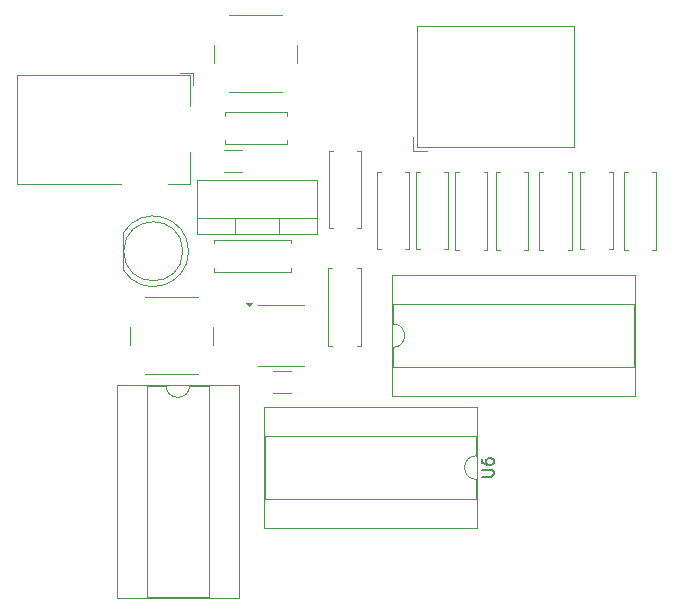
<source format=gbr>
%TF.GenerationSoftware,KiCad,Pcbnew,9.0.2*%
%TF.CreationDate,2025-11-09T02:01:15+01:00*%
%TF.ProjectId,digital_dice,64696769-7461-46c5-9f64-6963652e6b69,v1.0*%
%TF.SameCoordinates,Original*%
%TF.FileFunction,Legend,Top*%
%TF.FilePolarity,Positive*%
%FSLAX46Y46*%
G04 Gerber Fmt 4.6, Leading zero omitted, Abs format (unit mm)*
G04 Created by KiCad (PCBNEW 9.0.2) date 2025-11-09 02:01:15*
%MOMM*%
%LPD*%
G01*
G04 APERTURE LIST*
%ADD10C,0.150000*%
%ADD11C,0.120000*%
G04 APERTURE END LIST*
D10*
X155895528Y-96977104D02*
X156705051Y-96977104D01*
X156705051Y-96977104D02*
X156800289Y-96929485D01*
X156800289Y-96929485D02*
X156847909Y-96881866D01*
X156847909Y-96881866D02*
X156895528Y-96786628D01*
X156895528Y-96786628D02*
X156895528Y-96596152D01*
X156895528Y-96596152D02*
X156847909Y-96500914D01*
X156847909Y-96500914D02*
X156800289Y-96453295D01*
X156800289Y-96453295D02*
X156705051Y-96405676D01*
X156705051Y-96405676D02*
X155895528Y-96405676D01*
X155895528Y-95500914D02*
X155895528Y-95691390D01*
X155895528Y-95691390D02*
X155943147Y-95786628D01*
X155943147Y-95786628D02*
X155990766Y-95834247D01*
X155990766Y-95834247D02*
X156133623Y-95929485D01*
X156133623Y-95929485D02*
X156324099Y-95977104D01*
X156324099Y-95977104D02*
X156705051Y-95977104D01*
X156705051Y-95977104D02*
X156800289Y-95929485D01*
X156800289Y-95929485D02*
X156847909Y-95881866D01*
X156847909Y-95881866D02*
X156895528Y-95786628D01*
X156895528Y-95786628D02*
X156895528Y-95596152D01*
X156895528Y-95596152D02*
X156847909Y-95500914D01*
X156847909Y-95500914D02*
X156800289Y-95453295D01*
X156800289Y-95453295D02*
X156705051Y-95405676D01*
X156705051Y-95405676D02*
X156466956Y-95405676D01*
X156466956Y-95405676D02*
X156371718Y-95453295D01*
X156371718Y-95453295D02*
X156324099Y-95500914D01*
X156324099Y-95500914D02*
X156276480Y-95596152D01*
X156276480Y-95596152D02*
X156276480Y-95786628D01*
X156276480Y-95786628D02*
X156324099Y-95881866D01*
X156324099Y-95881866D02*
X156371718Y-95929485D01*
X156371718Y-95929485D02*
X156466956Y-95977104D01*
D11*
%TO.C,R3*%
X157089109Y-71228200D02*
X157419109Y-71228200D01*
X157089109Y-77768200D02*
X157089109Y-71228200D01*
X157419109Y-77768200D02*
X157089109Y-77768200D01*
X159499109Y-77768200D02*
X159829109Y-77768200D01*
X159829109Y-71228200D02*
X159499109Y-71228200D01*
X159829109Y-77768200D02*
X159829109Y-71228200D01*
%TO.C,R2*%
X133218109Y-76912800D02*
X133218109Y-77242800D01*
X133218109Y-79652800D02*
X133218109Y-79322800D01*
X139758109Y-76912800D02*
X133218109Y-76912800D01*
X139758109Y-77242800D02*
X139758109Y-76912800D01*
X139758109Y-79322800D02*
X139758109Y-79652800D01*
X139758109Y-79652800D02*
X133218109Y-79652800D01*
%TO.C,C4*%
X138232309Y-88056200D02*
X139762309Y-88056200D01*
X138232309Y-89896200D02*
X139762309Y-89896200D01*
%TO.C,SW2*%
X133217909Y-60428000D02*
X133217909Y-61928000D01*
X134467909Y-64428000D02*
X138967909Y-64428000D01*
X138967909Y-57928000D02*
X134467909Y-57928000D01*
X140217909Y-61928000D02*
X140217909Y-60428000D01*
%TO.C,R4*%
X160772109Y-71228200D02*
X161102109Y-71228200D01*
X160772109Y-77768200D02*
X160772109Y-71228200D01*
X161102109Y-77768200D02*
X160772109Y-77768200D01*
X163182109Y-77768200D02*
X163512109Y-77768200D01*
X163512109Y-71228200D02*
X163182109Y-71228200D01*
X163512109Y-77768200D02*
X163512109Y-71228200D01*
%TO.C,R10*%
X142941309Y-69399400D02*
X142941309Y-75939400D01*
X142941309Y-75939400D02*
X143271309Y-75939400D01*
X143271309Y-69399400D02*
X142941309Y-69399400D01*
X145351309Y-69399400D02*
X145681309Y-69399400D01*
X145681309Y-69399400D02*
X145681309Y-75939400D01*
X145681309Y-75939400D02*
X145351309Y-75939400D01*
%TO.C,U3*%
X148366109Y-82389200D02*
X148366109Y-84039200D01*
X148366109Y-86039200D02*
X148366109Y-87689200D01*
X148366109Y-87689200D02*
X168806109Y-87689200D01*
X168806109Y-82389200D02*
X148366109Y-82389200D01*
X168806109Y-87689200D02*
X168806109Y-82389200D01*
X148306109Y-90179200D02*
X168866109Y-90179200D01*
X168866109Y-79899200D01*
X148306109Y-79899200D01*
X148306109Y-90179200D01*
X148366109Y-84039200D02*
G75*
G02*
X148366109Y-86039200I0J-1000000D01*
G01*
%TO.C,C5*%
X134172909Y-66092400D02*
X134172909Y-66429400D01*
X134172909Y-66092400D02*
X139412909Y-66092400D01*
X134172909Y-68495400D02*
X134172909Y-68832400D01*
X134172909Y-68832400D02*
X139412909Y-68832400D01*
X139412909Y-66092400D02*
X139412909Y-66429400D01*
X139412909Y-68495400D02*
X139412909Y-68832400D01*
%TO.C,U2*%
X127513509Y-89271800D02*
X127513509Y-107171800D01*
X127513509Y-107171800D02*
X132813509Y-107171800D01*
X129163509Y-89271800D02*
X127513509Y-89271800D01*
X132813509Y-89271800D02*
X131163509Y-89271800D01*
X132813509Y-107171800D02*
X132813509Y-89271800D01*
X125023509Y-89211800D02*
X135303509Y-89211800D01*
X135303509Y-107231800D01*
X125023509Y-107231800D01*
X125023509Y-89211800D01*
X131163509Y-89271800D02*
G75*
G02*
X129163509Y-89271800I-1000000J0D01*
G01*
%TO.C,J1*%
X116521509Y-62989400D02*
X131221509Y-62989400D01*
X116521509Y-72189400D02*
X116521509Y-62989400D01*
X125321509Y-72189400D02*
X116521509Y-72189400D01*
X130371509Y-62789400D02*
X131421509Y-62789400D01*
X131221509Y-62989400D02*
X131221509Y-65589400D01*
X131221509Y-69489400D02*
X131221509Y-72189400D01*
X131221509Y-72189400D02*
X129321509Y-72189400D01*
X131421509Y-63839400D02*
X131421509Y-62789400D01*
%TO.C,R6*%
X164251909Y-71177400D02*
X164581909Y-71177400D01*
X164251909Y-77717400D02*
X164251909Y-71177400D01*
X164581909Y-77717400D02*
X164251909Y-77717400D01*
X166661909Y-77717400D02*
X166991909Y-77717400D01*
X166991909Y-71177400D02*
X166661909Y-71177400D01*
X166991909Y-77717400D02*
X166991909Y-71177400D01*
%TO.C,R5*%
X153634709Y-71228200D02*
X153964709Y-71228200D01*
X153634709Y-77768200D02*
X153634709Y-71228200D01*
X153964709Y-77768200D02*
X153634709Y-77768200D01*
X156044709Y-77768200D02*
X156374709Y-77768200D01*
X156374709Y-71228200D02*
X156044709Y-71228200D01*
X156374709Y-77768200D02*
X156374709Y-71228200D01*
%TO.C,U6*%
X137540709Y-93565200D02*
X137540709Y-98865200D01*
X137540709Y-98865200D02*
X155440709Y-98865200D01*
X155440709Y-93565200D02*
X137540709Y-93565200D01*
X155440709Y-95215200D02*
X155440709Y-93565200D01*
X155440709Y-98865200D02*
X155440709Y-97215200D01*
X155500709Y-91075200D02*
X137480709Y-91075200D01*
X137480709Y-101355200D01*
X155500709Y-101355200D01*
X155500709Y-91075200D01*
X155440709Y-97215200D02*
G75*
G02*
X155440709Y-95215200I0J1000000D01*
G01*
%TO.C,D1*%
X125520709Y-76356800D02*
X125520709Y-79446800D01*
X125520709Y-76356970D02*
G75*
G02*
X131070709Y-77901800I2560000J-1544830D01*
G01*
X131070709Y-77901800D02*
G75*
G02*
X125520709Y-79446630I-2990000J0D01*
G01*
X130580709Y-77901800D02*
G75*
G02*
X125580709Y-77901800I-2500000J0D01*
G01*
X125580709Y-77901800D02*
G75*
G02*
X130580709Y-77901800I2500000J0D01*
G01*
%TO.C,R9*%
X150307309Y-71202800D02*
X150637309Y-71202800D01*
X150307309Y-77742800D02*
X150307309Y-71202800D01*
X150637309Y-77742800D02*
X150307309Y-77742800D01*
X152717309Y-77742800D02*
X153047309Y-77742800D01*
X153047309Y-71202800D02*
X152717309Y-71202800D01*
X153047309Y-77742800D02*
X153047309Y-71202800D01*
%TO.C,R7*%
X167909509Y-71228200D02*
X168239509Y-71228200D01*
X167909509Y-77768200D02*
X167909509Y-71228200D01*
X168239509Y-77768200D02*
X167909509Y-77768200D01*
X170319509Y-77768200D02*
X170649509Y-77768200D01*
X170649509Y-71228200D02*
X170319509Y-71228200D01*
X170649509Y-77768200D02*
X170649509Y-71228200D01*
%TO.C,C3*%
X135596709Y-69361800D02*
X134066709Y-69361800D01*
X135596709Y-71201800D02*
X134066709Y-71201800D01*
%TO.C,R8*%
X147005309Y-71202800D02*
X147335309Y-71202800D01*
X147005309Y-77742800D02*
X147005309Y-71202800D01*
X147335309Y-77742800D02*
X147005309Y-77742800D01*
X149415309Y-77742800D02*
X149745309Y-77742800D01*
X149745309Y-71202800D02*
X149415309Y-71202800D01*
X149745309Y-77742800D02*
X149745309Y-71202800D01*
%TO.C,R1*%
X142915909Y-79356200D02*
X142915909Y-85896200D01*
X142915909Y-85896200D02*
X143245909Y-85896200D01*
X143245909Y-79356200D02*
X142915909Y-79356200D01*
X145325909Y-79356200D02*
X145655909Y-79356200D01*
X145655909Y-79356200D02*
X145655909Y-85896200D01*
X145655909Y-85896200D02*
X145325909Y-85896200D01*
%TO.C,U4*%
X150092109Y-69401800D02*
X150092109Y-68201800D01*
X150452109Y-58821800D02*
X150452109Y-69041800D01*
X150452109Y-69041800D02*
X163672109Y-69041800D01*
X151292109Y-69401800D02*
X150092109Y-69401800D01*
X163672109Y-58821800D02*
X150452109Y-58821800D01*
X163672109Y-69041800D02*
X163672109Y-58821800D01*
%TO.C,U1*%
X138901109Y-82479200D02*
X136951109Y-82479200D01*
X138901109Y-82479200D02*
X140851109Y-82479200D01*
X138901109Y-87599200D02*
X136951109Y-87599200D01*
X138901109Y-87599200D02*
X140851109Y-87599200D01*
X136201109Y-82574200D02*
X135961109Y-82244200D01*
X136441109Y-82244200D01*
X136201109Y-82574200D01*
G36*
X136201109Y-82574200D02*
G01*
X135961109Y-82244200D01*
X136441109Y-82244200D01*
X136201109Y-82574200D01*
G37*
%TO.C,U5*%
X131759109Y-76452600D02*
X131759109Y-71832600D01*
X135019109Y-76452600D02*
X135019109Y-75072600D01*
X138719109Y-76452600D02*
X138719109Y-75072600D01*
X141979109Y-71832600D02*
X131759109Y-71832600D01*
X141979109Y-75072600D02*
X131759109Y-75072600D01*
X141979109Y-76452600D02*
X131759109Y-76452600D01*
X141979109Y-76452600D02*
X141979109Y-71832600D01*
%TO.C,SW1*%
X126105909Y-84304000D02*
X126105909Y-85804000D01*
X127355909Y-88304000D02*
X131855909Y-88304000D01*
X131855909Y-81804000D02*
X127355909Y-81804000D01*
X133105909Y-85804000D02*
X133105909Y-84304000D01*
%TD*%
M02*

</source>
